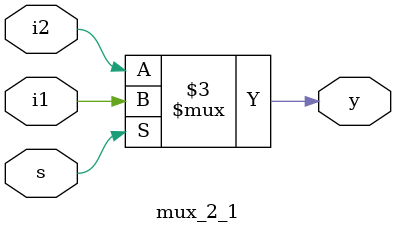
<source format=v>
module mux_2_1(input i1,i2,s,output reg y);
  always @(*) begin
    if(s) y=i1;
    else y=i2;
  end
endmodule

</source>
